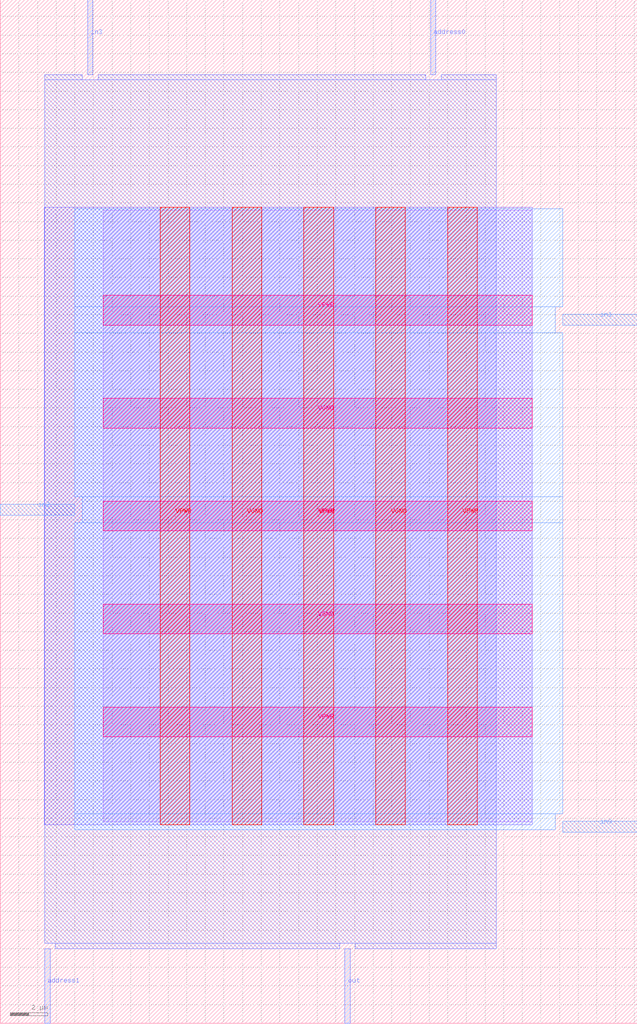
<source format=lef>
VERSION 5.7 ;
  NOWIREEXTENSIONATPIN ON ;
  DIVIDERCHAR "/" ;
  BUSBITCHARS "[]" ;
MACRO mux
  CLASS BLOCK ;
  FOREIGN mux ;
  ORIGIN 0.000 0.000 ;
  SIZE 34.165 BY 54.885 ;
  PIN address0
    DIRECTION INPUT ;
    USE SIGNAL ;
    PORT
      LAYER met2 ;
        RECT 23.090 50.885 23.370 54.885 ;
    END
  END address0
  PIN address1
    DIRECTION INPUT ;
    USE SIGNAL ;
    PORT
      LAYER met2 ;
        RECT 2.390 0.000 2.670 4.000 ;
    END
  END address1
  PIN in0
    DIRECTION INPUT ;
    USE SIGNAL ;
    PORT
      LAYER met3 ;
        RECT 30.165 10.240 34.165 10.840 ;
    END
  END in0
  PIN in1
    DIRECTION INPUT ;
    USE SIGNAL ;
    PORT
      LAYER met3 ;
        RECT 30.165 37.440 34.165 38.040 ;
    END
  END in1
  PIN in2
    DIRECTION INPUT ;
    USE SIGNAL ;
    PORT
      LAYER met3 ;
        RECT 0.000 27.240 4.000 27.840 ;
    END
  END in2
  PIN in3
    DIRECTION INPUT ;
    USE SIGNAL ;
    PORT
      LAYER met2 ;
        RECT 4.690 50.885 4.970 54.885 ;
    END
  END in3
  PIN out
    DIRECTION OUTPUT TRISTATE ;
    USE SIGNAL ;
    PORT
      LAYER met2 ;
        RECT 18.490 0.000 18.770 4.000 ;
    END
  END out
  PIN VPWR
    DIRECTION INOUT ;
    USE POWER ;
    PORT
      LAYER met4 ;
        RECT 23.990 10.640 25.590 43.760 ;
    END
  END VPWR
  PIN VPWR
    DIRECTION INOUT ;
    USE POWER ;
    PORT
      LAYER met4 ;
        RECT 16.280 10.640 17.880 43.760 ;
    END
  END VPWR
  PIN VPWR
    DIRECTION INOUT ;
    USE POWER ;
    PORT
      LAYER met4 ;
        RECT 8.575 10.640 10.175 43.760 ;
    END
  END VPWR
  PIN VPWR
    DIRECTION INOUT ;
    USE POWER ;
    PORT
      LAYER met5 ;
        RECT 5.520 37.445 28.520 39.045 ;
    END
  END VPWR
  PIN VPWR
    DIRECTION INOUT ;
    USE POWER ;
    PORT
      LAYER met5 ;
        RECT 5.520 26.405 28.520 28.005 ;
    END
  END VPWR
  PIN VPWR
    DIRECTION INOUT ;
    USE POWER ;
    PORT
      LAYER met5 ;
        RECT 5.520 15.360 28.520 16.960 ;
    END
  END VPWR
  PIN VGND
    DIRECTION INOUT ;
    USE GROUND ;
    PORT
      LAYER met4 ;
        RECT 20.135 10.640 21.735 43.760 ;
    END
  END VGND
  PIN VGND
    DIRECTION INOUT ;
    USE GROUND ;
    PORT
      LAYER met4 ;
        RECT 12.430 10.640 14.030 43.760 ;
    END
  END VGND
  PIN VGND
    DIRECTION INOUT ;
    USE GROUND ;
    PORT
      LAYER met5 ;
        RECT 5.520 31.925 28.520 33.525 ;
    END
  END VGND
  PIN VGND
    DIRECTION INOUT ;
    USE GROUND ;
    PORT
      LAYER met5 ;
        RECT 5.520 20.880 28.520 22.480 ;
    END
  END VGND
  OBS
      LAYER li1 ;
        RECT 5.520 10.795 28.520 43.605 ;
      LAYER met1 ;
        RECT 2.370 10.640 28.520 43.760 ;
      LAYER met2 ;
        RECT 2.400 50.605 4.410 50.885 ;
        RECT 5.250 50.605 22.810 50.885 ;
        RECT 23.650 50.605 26.590 50.885 ;
        RECT 2.400 4.280 26.590 50.605 ;
        RECT 2.950 4.000 18.210 4.280 ;
        RECT 19.050 4.000 26.590 4.280 ;
      LAYER met3 ;
        RECT 4.000 38.440 30.165 43.685 ;
        RECT 4.000 37.040 29.765 38.440 ;
        RECT 4.000 28.240 30.165 37.040 ;
        RECT 4.400 26.840 30.165 28.240 ;
        RECT 4.000 11.240 30.165 26.840 ;
        RECT 4.000 10.375 29.765 11.240 ;
  END
END mux
END LIBRARY


</source>
